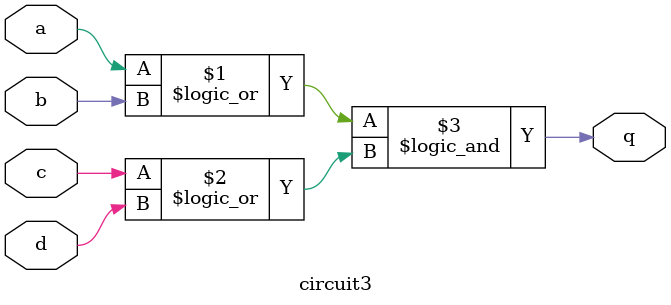
<source format=v>
module circuit3 (
    input a,
    input b,
    input c,
    input d,
    output q
);

    assign q = (a || b) && (c || d);

endmodule
</source>
